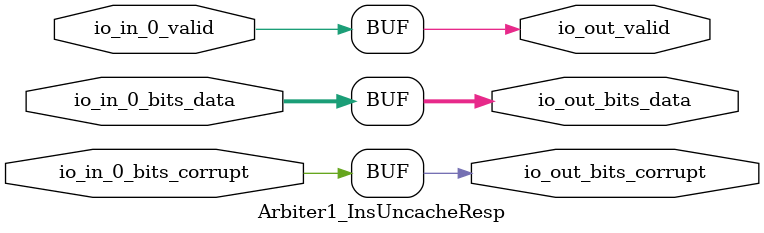
<source format=sv>
`ifndef RANDOMIZE
  `ifdef RANDOMIZE_MEM_INIT
    `define RANDOMIZE
  `endif // RANDOMIZE_MEM_INIT
`endif // not def RANDOMIZE
`ifndef RANDOMIZE
  `ifdef RANDOMIZE_REG_INIT
    `define RANDOMIZE
  `endif // RANDOMIZE_REG_INIT
`endif // not def RANDOMIZE

`ifndef RANDOM
  `define RANDOM $random
`endif // not def RANDOM

// Users can define INIT_RANDOM as general code that gets injected into the
// initializer block for modules with registers.
`ifndef INIT_RANDOM
  `define INIT_RANDOM
`endif // not def INIT_RANDOM

// If using random initialization, you can also define RANDOMIZE_DELAY to
// customize the delay used, otherwise 0.002 is used.
`ifndef RANDOMIZE_DELAY
  `define RANDOMIZE_DELAY 0.002
`endif // not def RANDOMIZE_DELAY

// Define INIT_RANDOM_PROLOG_ for use in our modules below.
`ifndef INIT_RANDOM_PROLOG_
  `ifdef RANDOMIZE
    `ifdef VERILATOR
      `define INIT_RANDOM_PROLOG_ `INIT_RANDOM
    `else  // VERILATOR
      `define INIT_RANDOM_PROLOG_ `INIT_RANDOM #`RANDOMIZE_DELAY begin end
    `endif // VERILATOR
  `else  // RANDOMIZE
    `define INIT_RANDOM_PROLOG_
  `endif // RANDOMIZE
`endif // not def INIT_RANDOM_PROLOG_

// Include register initializers in init blocks unless synthesis is set
`ifndef SYNTHESIS
  `ifndef ENABLE_INITIAL_REG_
    `define ENABLE_INITIAL_REG_
  `endif // not def ENABLE_INITIAL_REG_
`endif // not def SYNTHESIS

// Include rmemory initializers in init blocks unless synthesis is set
`ifndef SYNTHESIS
  `ifndef ENABLE_INITIAL_MEM_
    `define ENABLE_INITIAL_MEM_
  `endif // not def ENABLE_INITIAL_MEM_
`endif // not def SYNTHESIS

module Arbiter1_InsUncacheResp(
  input         io_in_0_valid,
  input  [31:0] io_in_0_bits_data,
  input         io_in_0_bits_corrupt,
  output        io_out_valid,
  output [31:0] io_out_bits_data,
  output        io_out_bits_corrupt
);

  assign io_out_valid = io_in_0_valid;
  assign io_out_bits_data = io_in_0_bits_data;
  assign io_out_bits_corrupt = io_in_0_bits_corrupt;
endmodule


</source>
